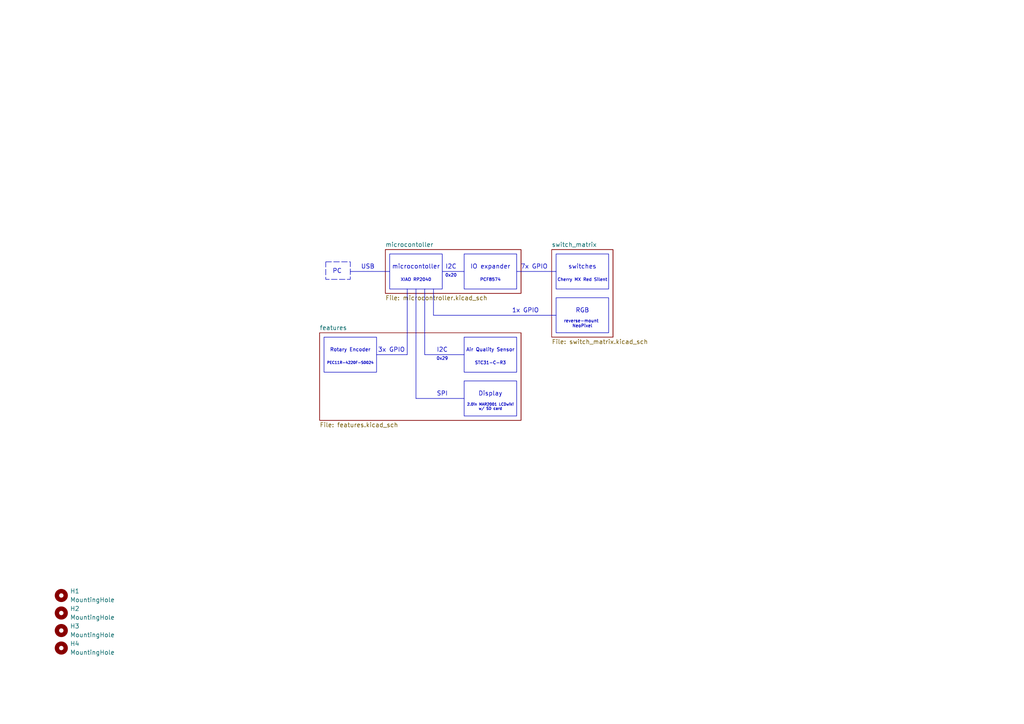
<source format=kicad_sch>
(kicad_sch (version 20231120) (generator "eeschema") (generator_version "8.0")
  (paper "A4")
  (title_block (title "Hackpad Newton") (date "2024-09-15") (rev "0.0.1"))
  (lib_symbols
    (symbol "Mechanical:MountingHole" (pin_names (offset 1.016)) (exclude_from_sim yes) (in_bom no)
      (property "Reference" "H" (at 0 5.08 0))
      (property "Value" "MountingHole" (at 0 3.175 0))
      (symbol "MountingHole_0_1"
        (circle (center 0 0) (radius 1.27) (stroke (width 1.27)))
      )
    )
  )
  (polyline (pts (xy 125.73 91.44) (xy 161.29 91.44)))
  (polyline (pts (xy 101.6 78.74) (xy 113.03 78.74)))
  (polyline (pts (xy 125.73 83.82) (xy 125.73 91.44)))
  (polyline (pts (xy 134.62 115.57) (xy 120.65 115.57)))
  (polyline (pts (xy 128.27 78.74) (xy 134.62 78.74)))
  (polyline (pts (xy 123.19 102.87) (xy 134.62 102.87)))
  (polyline (pts (xy 123.19 83.82) (xy 123.19 102.87)))
  (polyline (pts (xy 149.86 78.74) (xy 161.29 78.74)))
  (polyline (pts (xy 120.65 83.82) (xy 120.65 115.57)))
  (polyline (pts (xy 118.11 83.82) (xy 118.11 102.87)))
  (polyline (pts (xy 109.22 102.87) (xy 118.11 102.87)))
  (rectangle (start 134.62 73.66) (end 149.86 83.82))
  (rectangle (start 113.03 73.66) (end 128.27 83.82))
  (rectangle (start 94.488 75.946) (end 101.6 81.026) (stroke (width 0) (type dash)))
  (rectangle (start 161.29 86.36) (end 176.53 96.52))
  (rectangle (start 93.98 97.79) (end 109.22 107.95))
  (rectangle (start 134.62 110.49) (end 149.86 120.65))
  (rectangle (start 161.29 73.66) (end 176.53 83.82))
  (rectangle (start 134.62 97.79) (end 149.86 107.95))
  (text "0x29" (at 128.27 104.14 0) (effects (font (size 0.889 0.889))))
  (text "USB" (at 106.68 77.47 0) (effects (font (size 1.27 1.27))))
  (text "XIAO RP2040" (at 120.65 81.28 0) (effects (font (size 0.889 0.889))))
  (text "RGB" (at 168.91 90.17 0) (effects (font (size 1.27 1.27))))
  (text "I2C" (at 130.81 77.47 0) (effects (font (size 1.27 1.27))))
  (text "Display" (at 142.24 114.3 0) (effects (font (size 1.27 1.27))))
  (text "7x GPIO" (at 154.94 77.47 0) (effects (font (size 1.27 1.27))))
  (text "I2C" (at 128.27 101.6 0) (effects (font (size 1.27 1.27))))
  (text "Air Quality Sensor" (at 142.24 101.6 0) (effects (font (size 1.016 1.016))))
  (text "PC" (at 97.79 78.74 0) (effects (font (size 1.27 1.27))))
  (text "Cherry MX Red Silent" (at 168.91 81.28 0) (effects (font (size 0.889 0.889))))
  (text "reverse-mount \nNeoPixel" (at 168.91 93.98 0) (effects (font (size 0.889 0.889))))
  (text "STC31-C-R3" (at 142.24 105.41 0) (effects (font (size 0.889 0.889))))
  (text "microcontoller" (at 120.65 77.47 0) (effects (font (size 1.27 1.27))))
  (text "switches" (at 168.91 77.47 0) (effects (font (size 1.27 1.27))))
  (text "0x20" (at 130.81 80.01 0) (effects (font (size 0.889 0.889))))
  (text "Rotary Encoder" (at 101.6 101.6 0) (effects (font (size 1.016 1.016))))
  (text "SPI" (at 128.27 114.3 0) (effects (font (size 1.27 1.27))))
  (text "3x GPIO" (at 113.538 101.6 0) (effects (font (size 1.27 1.27))))
  (text "2.0in MAR2001 LCDwiki\nw/ SD card" (at 142.24 118.11 0) (effects (font (size 0.762 0.762))))
  (text "PEC11R-4220F-S0024" (at 101.6 105.41 0) (effects (font (size 0.762 0.762))))
  (text "IO expander" (at 142.24 77.47 0) (effects (font (size 1.27 1.27))))
  (text "PCF8574" (at 142.24 81.28 0) (effects (font (size 0.889 0.889))))
  (text "1x GPIO" (at 152.4 90.17 0) (effects (font (size 1.27 1.27))))
  (symbol (lib_id "Mechanical:MountingHole") (at 17.78 172.72 0) (unit 1) (exclude_from_sim yes) (in_bom no)
    (property "Reference" "H1" (at 20.32 171.4499 0) (effects (justify left)))
    (property "Value" "MountingHole" (at 20.32 173.9899 0) (effects (justify left)))
    (property "Footprint" "MountingHole:MountingHole_3.2mm_M3_ISO14580" (effects (hide yes)))
    (property "Description" "Mounting Hole without connection" (effects (hide yes)))
  )
  (symbol (lib_id "Mechanical:MountingHole") (at 17.78 187.96 0) (unit 1) (exclude_from_sim yes) (in_bom no)
    (property "Reference" "H4" (at 20.32 186.6899 0) (effects (justify left)))
    (property "Value" "MountingHole" (at 20.32 189.2299 0) (effects (justify left)))
    (property "Footprint" "MountingHole:MountingHole_3.2mm_M3_ISO14580" (effects (hide yes)))
    (property "Description" "Mounting Hole without connection" (effects (hide yes)))
  )
  (symbol (lib_id "Mechanical:MountingHole") (at 17.78 182.88 0) (unit 1) (exclude_from_sim yes) (in_bom no)
    (property "Reference" "H3" (at 20.32 181.6099 0) (effects (justify left)))
    (property "Value" "MountingHole" (at 20.32 184.1499 0) (effects (justify left)))
    (property "Footprint" "MountingHole:MountingHole_3.2mm_M3_ISO14580" (effects (hide yes)))
    (property "Description" "Mounting Hole without connection" (effects (hide yes)))
  )
  (symbol (lib_id "Mechanical:MountingHole") (at 17.78 177.8 0) (unit 1) (exclude_from_sim yes) (in_bom no)
    (property "Reference" "H2" (at 20.32 176.5299 0) (effects (justify left)))
    (property "Value" "MountingHole" (at 20.32 179.0699 0) (effects (justify left)))
    (property "Footprint" "MountingHole:MountingHole_3.2mm_M3_ISO14580" (effects (hide yes)))
    (property "Description" "Mounting Hole without connection" (effects (hide yes)))
  )
  (sheet (at 160.02 72.39) (size 17.78 25.4) (stroke (width 0.1524))
    (property "Sheetname" "switch_matrix" (at 160.02 71.6784 0) (effects (justify left bottom)))
    (property "Sheetfile" "switch_matrix.kicad_sch" (at 160.02 98.3746 0) (effects (justify left top)))
  )
  (sheet (at 92.71 96.52) (size 58.42 25.4) (stroke (width 0.1524))
    (property "Sheetname" "features" (at 92.71 95.8084 0) (effects (justify left bottom)))
    (property "Sheetfile" "features.kicad_sch" (at 92.71 122.5046 0) (effects (justify left top)))
  )
  (sheet (at 111.76 72.39) (size 39.37 12.7) (stroke (width 0.1524))
    (property "Sheetname" "microcontoller" (at 111.76 71.6784 0) (effects (justify left bottom)))
    (property "Sheetfile" "microcontroller.kicad_sch" (at 111.76 85.6746 0) (effects (justify left top)))
  )
)
</source>
